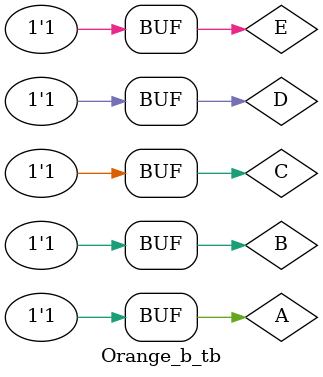
<source format=sv>
module Orange_b_tb();
reg A, B, C, D, E;
wire Y;

Orange_b DUT0 (.A(A), .B(B), .C(C), .D(D), .Y(Y));

initial begin
    A=1'b0; B=1'b0; C=1'b0; D=1'b0; E=1'b0; #10;
    A=1'b0; B=1'b0; C=1'b0; D=1'b0; E=1'b1; #10;
    A=1'b0; B=1'b0; C=1'b0; D=1'b1; E=1'b0; #10;
    A=1'b0; B=1'b0; C=1'b0; D=1'b1; E=1'b1; #10;
    A=1'b0; B=1'b0; C=1'b1; D=1'b0; E=1'b0; #10;
    A=1'b0; B=1'b0; C=1'b1; D=1'b0; E=1'b1; #10;
    A=1'b0; B=1'b0; C=1'b1; D=1'b1; E=1'b0; #10;
    A=1'b0; B=1'b0; C=1'b1; D=1'b1; E=1'b1; #10;
    A=1'b0; B=1'b1; C=1'b0; D=1'b0; E=1'b0; #10;
    A=1'b0; B=1'b1; C=1'b0; D=1'b0; E=1'b1; #10;
    A=1'b0; B=1'b1; C=1'b0; D=1'b1; E=1'b0; #10;
    A=1'b0; B=1'b1; C=1'b0; D=1'b1; E=1'b1; #10;
    A=1'b0; B=1'b1; C=1'b1; D=1'b0; E=1'b0; #10;
    A=1'b0; B=1'b1; C=1'b1; D=1'b0; E=1'b1; #10;
    A=1'b0; B=1'b1; C=1'b1; D=1'b1; E=1'b0; #10;
    A=1'b0; B=1'b1; C=1'b1; D=1'b1; E=1'b1; #10;
    A=1'b1; B=1'b0; C=1'b0; D=1'b0; E=1'b0; #10;
    A=1'b1; B=1'b0; C=1'b0; D=1'b0; E=1'b1; #10;
    A=1'b1; B=1'b0; C=1'b0; D=1'b1; E=1'b0; #10;
    A=1'b1; B=1'b0; C=1'b0; D=1'b1; E=1'b1; #10;
    A=1'b1; B=1'b0; C=1'b1; D=1'b0; E=1'b0; #10;
    A=1'b1; B=1'b0; C=1'b1; D=1'b0; E=1'b1; #10;
    A=1'b1; B=1'b0; C=1'b1; D=1'b1; E=1'b0; #10;
    A=1'b1; B=1'b0; C=1'b1; D=1'b1; E=1'b1; #10;
    A=1'b1; B=1'b1; C=1'b0; D=1'b0; E=1'b0; #10;
    A=1'b1; B=1'b1; C=1'b0; D=1'b0; E=1'b1; #10;
    A=1'b1; B=1'b1; C=1'b0; D=1'b1; E=1'b0; #10;
    A=1'b1; B=1'b1; C=1'b0; D=1'b1; E=1'b1; #10;
    A=1'b1; B=1'b1; C=1'b1; D=1'b0; E=1'b0; #10;
    A=1'b1; B=1'b1; C=1'b1; D=1'b0; E=1'b1; #10;
    A=1'b1; B=1'b1; C=1'b1; D=1'b1; E=1'b0; #10;
    A=1'b1; B=1'b1; C=1'b1; D=1'b1; E=1'b1; #10;
end
endmodule
</source>
